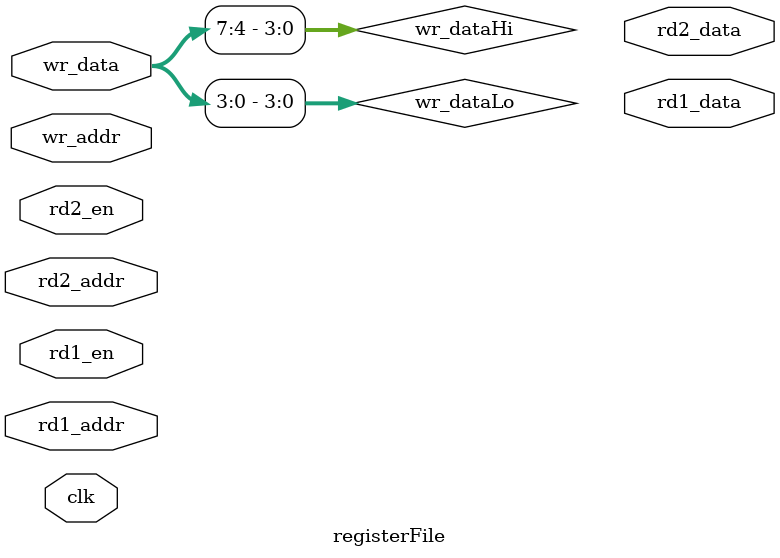
<source format=v>
/* 4x8 dual port register file
 */

`include "../74670/hct74670.v"
`include "../74573/hct74573.v"
`timescale 1ns/100ps
module registerFile(
	input clk,
	input [1:0] wr_addr,
	input [7:0] wr_data,

	input rd1_en,
	input [1:0] rd1_addr,
	output [7:0] rd1_data,

	input rd2_en,
	input [1:0] rd2_addr,
	output [7:0] rd2_data
	);
    
    reg [3:0] wr_dataLo;
    reg [3:0] wr_dataHi;
    
    assign {wr_dataHi, wr_dataLo} = wr_data;

endmodule

</source>
